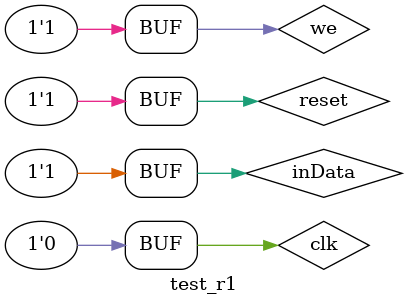
<source format=v>
module test_r1;
    reg inData;
    reg clk;
    reg we;
    reg reset;
    wire outData;


    register1 REG1(.inData(inData),.clk(clk),.reset(reset),.writeEnable(we),.outData(outData));
    
    initial begin
        $monitor("inData=%x clk=%x reset=%x we=%x outData=%x",inData,clk,reset,we,outData);

        #0 inData=1'b1; clk=1'b0; reset=1'b0; we=1'b0; 
        #1 inData=1'b1; clk=1'b1; reset=1'b1; we=1'b0;
        #2 inData=1'b1; clk=1'b0; reset=1'b1; we=1'b0; 
        #3 inData=1'b1; clk=1'b1; reset=1'b1; we=1'b0;
        #4 inData=1'b0; clk=1'b0; reset=1'b1; we=1'b0;
        #5 inData=1'b0; clk=1'b1; reset=1'b1; we=1'b0;
        #6 inData=1'b1; clk=1'b0; reset=1'b1; we=1'b1;
        #3 inData=1'b1; clk=1'b1; reset=1'b1; we=1'b1;
        #4 inData=1'b0; clk=1'b0; reset=1'b1; we=1'b1;
        #5 inData=1'b0; clk=1'b1; reset=1'b1; we=1'b1;
        #6 inData=1'b1; clk=1'b0; reset=1'b1; we=1'b1;


    end
endmodule // testbench

// module test_r32;
//     reg inData;
//     reg clk;
//     reg reset;
    
//     wire q;

//     dff DFF(.data(Data),.clk(Clk),.reset(Rst),.q(q));
    
//     initial begin
//         $monitor("data=%x clk=%x reset=%x q=%x",Data,Clk,Rst,q);

//         #0 Data=1'b1; Clk=1'b0; Rst=1'b0; 
//         #1 Data=1'b1; Clk=1'b1; Rst=1'b1;
//         #2 Data=1'b1; Clk=1'b0; Rst=1'b1; 
//         #3 Data=1'b1; Clk=1'b1; Rst=1'b1; 
//         #4 Data=1'b0; Clk=1'b0; Rst=1'b1;
//         #5 Data=1'b0; Clk=1'b1; Rst=1'b1;
//         #6 Data=1'b1; Clk=1'b0; Rst=1'b1;


//     end
// endmodule // testbench

</source>
